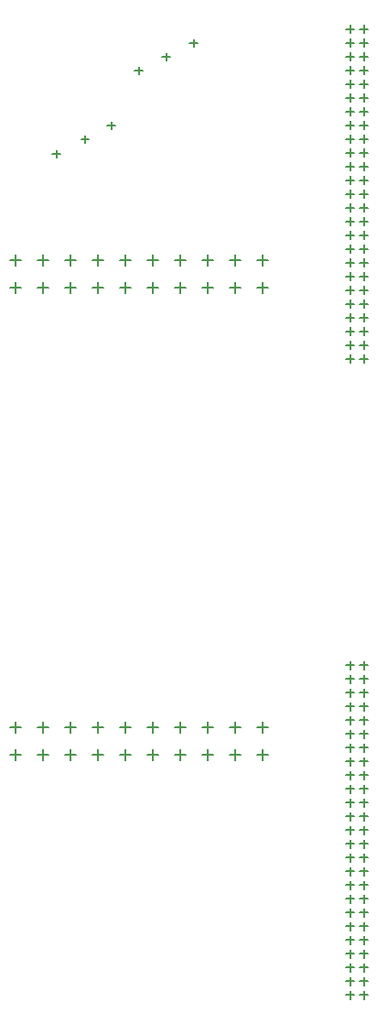
<source format=gbr>
%TF.GenerationSoftware,Altium Limited,Altium Designer,22.11.1 (43)*%
G04 Layer_Color=128*
%FSLAX45Y45*%
%MOMM*%
%TF.SameCoordinates,ABC14B17-DAD6-4B0F-8560-1018B917A27C*%
%TF.FilePolarity,Positive*%
%TF.FileFunction,Drillmap*%
%TF.Part,Single*%
G01*
G75*
%TA.AperFunction,NonConductor*%
%ADD31C,0.12700*%
D31*
X11075500Y3771900D02*
X11149500D01*
X11112500Y3734900D02*
Y3808900D01*
X11202500Y3771900D02*
X11276500D01*
X11239500Y3734900D02*
Y3808900D01*
X11075500Y3644900D02*
X11149500D01*
X11112500Y3607900D02*
Y3681900D01*
X11202500Y3644900D02*
X11276500D01*
X11239500Y3607900D02*
Y3681900D01*
X11075500Y3517900D02*
X11149500D01*
X11112500Y3480900D02*
Y3554900D01*
X11202500Y3517900D02*
X11276500D01*
X11239500Y3480900D02*
Y3554900D01*
X11075500Y3390900D02*
X11149500D01*
X11112500Y3353900D02*
Y3427900D01*
X11202500Y3390900D02*
X11276500D01*
X11239500Y3353900D02*
Y3427900D01*
X11075500Y3263900D02*
X11149500D01*
X11112500Y3226900D02*
Y3300900D01*
X11202500Y3263900D02*
X11276500D01*
X11239500Y3226900D02*
Y3300900D01*
X11075500Y3136900D02*
X11149500D01*
X11112500Y3099900D02*
Y3173900D01*
X11202500Y3136900D02*
X11276500D01*
X11239500Y3099900D02*
Y3173900D01*
X11075500Y3009900D02*
X11149500D01*
X11112500Y2972900D02*
Y3046900D01*
X11202500Y3009900D02*
X11276500D01*
X11239500Y2972900D02*
Y3046900D01*
X11075500Y2882900D02*
X11149500D01*
X11112500Y2845900D02*
Y2919900D01*
X11202500Y2882900D02*
X11276500D01*
X11239500Y2845900D02*
Y2919900D01*
X11075500Y2755900D02*
X11149500D01*
X11112500Y2718900D02*
Y2792900D01*
X11202500Y2755900D02*
X11276500D01*
X11239500Y2718900D02*
Y2792900D01*
X11075500Y2628900D02*
X11149500D01*
X11112500Y2591900D02*
Y2665900D01*
X11202500Y2628900D02*
X11276500D01*
X11239500Y2591900D02*
Y2665900D01*
X11075500Y2501900D02*
X11149500D01*
X11112500Y2464900D02*
Y2538900D01*
X11202500Y2501900D02*
X11276500D01*
X11239500Y2464900D02*
Y2538900D01*
X11075500Y2374900D02*
X11149500D01*
X11112500Y2337900D02*
Y2411900D01*
X11202500Y2374900D02*
X11276500D01*
X11239500Y2337900D02*
Y2411900D01*
X11075500Y2247900D02*
X11149500D01*
X11112500Y2210900D02*
Y2284900D01*
X11202500Y2247900D02*
X11276500D01*
X11239500Y2210900D02*
Y2284900D01*
X11075500Y2120900D02*
X11149500D01*
X11112500Y2083900D02*
Y2157900D01*
X11202500Y2120900D02*
X11276500D01*
X11239500Y2083900D02*
Y2157900D01*
X11075500Y1993900D02*
X11149500D01*
X11112500Y1956900D02*
Y2030900D01*
X11202500Y1993900D02*
X11276500D01*
X11239500Y1956900D02*
Y2030900D01*
X11075500Y1866900D02*
X11149500D01*
X11112500Y1829900D02*
Y1903900D01*
X11202500Y1866900D02*
X11276500D01*
X11239500Y1829900D02*
Y1903900D01*
X11075500Y1739900D02*
X11149500D01*
X11112500Y1702900D02*
Y1776900D01*
X11202500Y1739900D02*
X11276500D01*
X11239500Y1702900D02*
Y1776900D01*
X11075500Y1612900D02*
X11149500D01*
X11112500Y1575900D02*
Y1649900D01*
X11202500Y1612900D02*
X11276500D01*
X11239500Y1575900D02*
Y1649900D01*
X11075500Y1485900D02*
X11149500D01*
X11112500Y1448900D02*
Y1522900D01*
X11202500Y1485900D02*
X11276500D01*
X11239500Y1448900D02*
Y1522900D01*
X11075500Y1358900D02*
X11149500D01*
X11112500Y1321900D02*
Y1395900D01*
X11202500Y1358900D02*
X11276500D01*
X11239500Y1321900D02*
Y1395900D01*
X11075500Y1231900D02*
X11149500D01*
X11112500Y1194900D02*
Y1268900D01*
X11202500Y1231900D02*
X11276500D01*
X11239500Y1194900D02*
Y1268900D01*
X11075500Y1104900D02*
X11149500D01*
X11112500Y1067900D02*
Y1141900D01*
X11202500Y1104900D02*
X11276500D01*
X11239500Y1067900D02*
Y1141900D01*
X11075500Y977900D02*
X11149500D01*
X11112500Y940900D02*
Y1014900D01*
X11202500Y977900D02*
X11276500D01*
X11239500Y940900D02*
Y1014900D01*
X11075500Y850900D02*
X11149500D01*
X11112500Y813900D02*
Y887900D01*
X11202500Y850900D02*
X11276500D01*
X11239500Y813900D02*
Y887900D01*
X11075500Y723900D02*
X11149500D01*
X11112500Y686900D02*
Y760900D01*
X11202500Y723900D02*
X11276500D01*
X11239500Y686900D02*
Y760900D01*
X11202500Y6604000D02*
X11276500D01*
X11239500Y6567000D02*
Y6641000D01*
X11075500Y6604000D02*
X11149500D01*
X11112500Y6567000D02*
Y6641000D01*
X11202500Y6731000D02*
X11276500D01*
X11239500Y6694000D02*
Y6768000D01*
X11075500Y6731000D02*
X11149500D01*
X11112500Y6694000D02*
Y6768000D01*
X11202500Y6858000D02*
X11276500D01*
X11239500Y6821000D02*
Y6895000D01*
X11075500Y6858000D02*
X11149500D01*
X11112500Y6821000D02*
Y6895000D01*
X11202500Y6985000D02*
X11276500D01*
X11239500Y6948000D02*
Y7022000D01*
X11075500Y6985000D02*
X11149500D01*
X11112500Y6948000D02*
Y7022000D01*
X11202500Y7112000D02*
X11276500D01*
X11239500Y7075000D02*
Y7149000D01*
X11075500Y7112000D02*
X11149500D01*
X11112500Y7075000D02*
Y7149000D01*
X11202500Y7239000D02*
X11276500D01*
X11239500Y7202000D02*
Y7276000D01*
X11075500Y7239000D02*
X11149500D01*
X11112500Y7202000D02*
Y7276000D01*
X11202500Y7366000D02*
X11276500D01*
X11239500Y7329000D02*
Y7403000D01*
X11075500Y7366000D02*
X11149500D01*
X11112500Y7329000D02*
Y7403000D01*
X11202500Y7493000D02*
X11276500D01*
X11239500Y7456000D02*
Y7530000D01*
X11075500Y7493000D02*
X11149500D01*
X11112500Y7456000D02*
Y7530000D01*
X11202500Y7620000D02*
X11276500D01*
X11239500Y7583000D02*
Y7657000D01*
X11075500Y7620000D02*
X11149500D01*
X11112500Y7583000D02*
Y7657000D01*
X11202500Y7747000D02*
X11276500D01*
X11239500Y7710000D02*
Y7784000D01*
X11075500Y7747000D02*
X11149500D01*
X11112500Y7710000D02*
Y7784000D01*
X11202500Y7874000D02*
X11276500D01*
X11239500Y7837000D02*
Y7911000D01*
X11075500Y7874000D02*
X11149500D01*
X11112500Y7837000D02*
Y7911000D01*
X11202500Y8001000D02*
X11276500D01*
X11239500Y7964000D02*
Y8038000D01*
X11075500Y8001000D02*
X11149500D01*
X11112500Y7964000D02*
Y8038000D01*
X11202500Y8128000D02*
X11276500D01*
X11239500Y8091000D02*
Y8165000D01*
X11075500Y8128000D02*
X11149500D01*
X11112500Y8091000D02*
Y8165000D01*
X11202500Y8255000D02*
X11276500D01*
X11239500Y8218000D02*
Y8292000D01*
X11075500Y8255000D02*
X11149500D01*
X11112500Y8218000D02*
Y8292000D01*
X11202500Y8382000D02*
X11276500D01*
X11239500Y8345000D02*
Y8419000D01*
X11075500Y8382000D02*
X11149500D01*
X11112500Y8345000D02*
Y8419000D01*
X11202500Y8509000D02*
X11276500D01*
X11239500Y8472000D02*
Y8546000D01*
X11075500Y8509000D02*
X11149500D01*
X11112500Y8472000D02*
Y8546000D01*
X11202500Y8636000D02*
X11276500D01*
X11239500Y8599000D02*
Y8673000D01*
X11075500Y8636000D02*
X11149500D01*
X11112500Y8599000D02*
Y8673000D01*
X11202500Y8763000D02*
X11276500D01*
X11239500Y8726000D02*
Y8800000D01*
X11075500Y8763000D02*
X11149500D01*
X11112500Y8726000D02*
Y8800000D01*
X11202500Y8890000D02*
X11276500D01*
X11239500Y8853000D02*
Y8927000D01*
X11075500Y8890000D02*
X11149500D01*
X11112500Y8853000D02*
Y8927000D01*
X11202500Y9017000D02*
X11276500D01*
X11239500Y8980000D02*
Y9054000D01*
X11075500Y9017000D02*
X11149500D01*
X11112500Y8980000D02*
Y9054000D01*
X11202500Y9144000D02*
X11276500D01*
X11239500Y9107000D02*
Y9181000D01*
X11075500Y9144000D02*
X11149500D01*
X11112500Y9107000D02*
Y9181000D01*
X11202500Y9271000D02*
X11276500D01*
X11239500Y9234000D02*
Y9308000D01*
X11075500Y9271000D02*
X11149500D01*
X11112500Y9234000D02*
Y9308000D01*
X11202500Y9398000D02*
X11276500D01*
X11239500Y9361000D02*
Y9435000D01*
X11075500Y9398000D02*
X11149500D01*
X11112500Y9361000D02*
Y9435000D01*
X11202500Y9525000D02*
X11276500D01*
X11239500Y9488000D02*
Y9562000D01*
X11075500Y9525000D02*
X11149500D01*
X11112500Y9488000D02*
Y9562000D01*
X11202500Y9652000D02*
X11276500D01*
X11239500Y9615000D02*
Y9689000D01*
X11075500Y9652000D02*
X11149500D01*
X11112500Y9615000D02*
Y9689000D01*
X10248900Y7518400D02*
X10350500D01*
X10299700Y7467600D02*
Y7569200D01*
X10248900Y7264400D02*
X10350500D01*
X10299700Y7213600D02*
Y7315200D01*
X9994900Y7518400D02*
X10096500D01*
X10045700Y7467600D02*
Y7569200D01*
X9994900Y7264400D02*
X10096500D01*
X10045700Y7213600D02*
Y7315200D01*
X9740900Y7518400D02*
X9842500D01*
X9791700Y7467600D02*
Y7569200D01*
X9740900Y7264400D02*
X9842500D01*
X9791700Y7213600D02*
Y7315200D01*
X9486900Y7518400D02*
X9588500D01*
X9537700Y7467600D02*
Y7569200D01*
X9486900Y7264400D02*
X9588500D01*
X9537700Y7213600D02*
Y7315200D01*
X9232900Y7518400D02*
X9334500D01*
X9283700Y7467600D02*
Y7569200D01*
X9232900Y7264400D02*
X9334500D01*
X9283700Y7213600D02*
Y7315200D01*
X8978900Y7518400D02*
X9080500D01*
X9029700Y7467600D02*
Y7569200D01*
X8978900Y7264400D02*
X9080500D01*
X9029700Y7213600D02*
Y7315200D01*
X8724900Y7518400D02*
X8826500D01*
X8775700Y7467600D02*
Y7569200D01*
X8724900Y7264400D02*
X8826500D01*
X8775700Y7213600D02*
Y7315200D01*
X8470900Y7518400D02*
X8572500D01*
X8521700Y7467600D02*
Y7569200D01*
X8470900Y7264400D02*
X8572500D01*
X8521700Y7213600D02*
Y7315200D01*
X8216900Y7518400D02*
X8318500D01*
X8267700Y7467600D02*
Y7569200D01*
X8216900Y7264400D02*
X8318500D01*
X8267700Y7213600D02*
Y7315200D01*
X7962900Y7518400D02*
X8064500D01*
X8013700Y7467600D02*
Y7569200D01*
X7962900Y7264400D02*
X8064500D01*
X8013700Y7213600D02*
Y7315200D01*
X10248900Y3200400D02*
X10350500D01*
X10299700Y3149600D02*
Y3251200D01*
X10248900Y2946400D02*
X10350500D01*
X10299700Y2895600D02*
Y2997200D01*
X9994900Y3200400D02*
X10096500D01*
X10045700Y3149600D02*
Y3251200D01*
X9994900Y2946400D02*
X10096500D01*
X10045700Y2895600D02*
Y2997200D01*
X9740900Y3200400D02*
X9842500D01*
X9791700Y3149600D02*
Y3251200D01*
X9740900Y2946400D02*
X9842500D01*
X9791700Y2895600D02*
Y2997200D01*
X9486900Y3200400D02*
X9588500D01*
X9537700Y3149600D02*
Y3251200D01*
X9486900Y2946400D02*
X9588500D01*
X9537700Y2895600D02*
Y2997200D01*
X9232900Y3200400D02*
X9334500D01*
X9283700Y3149600D02*
Y3251200D01*
X9232900Y2946400D02*
X9334500D01*
X9283700Y2895600D02*
Y2997200D01*
X8978900Y3200400D02*
X9080500D01*
X9029700Y3149600D02*
Y3251200D01*
X8978900Y2946400D02*
X9080500D01*
X9029700Y2895600D02*
Y2997200D01*
X8724900Y3200400D02*
X8826500D01*
X8775700Y3149600D02*
Y3251200D01*
X8724900Y2946400D02*
X8826500D01*
X8775700Y2895600D02*
Y2997200D01*
X8470900Y3200400D02*
X8572500D01*
X8521700Y3149600D02*
Y3251200D01*
X8470900Y2946400D02*
X8572500D01*
X8521700Y2895600D02*
Y2997200D01*
X8216900Y3200400D02*
X8318500D01*
X8267700Y3149600D02*
Y3251200D01*
X8216900Y2946400D02*
X8318500D01*
X8267700Y2895600D02*
Y2997200D01*
X7962900Y3200400D02*
X8064500D01*
X8013700Y3149600D02*
Y3251200D01*
X7962900Y2946400D02*
X8064500D01*
X8013700Y2895600D02*
Y2997200D01*
X8359140Y8496300D02*
X8430260D01*
X8394700Y8460740D02*
Y8531860D01*
X8625840Y8636000D02*
X8696960D01*
X8661400Y8600440D02*
Y8671560D01*
X9121140Y9271000D02*
X9192260D01*
X9156700Y9235440D02*
Y9306560D01*
X9375140Y9398000D02*
X9446260D01*
X9410700Y9362440D02*
Y9433560D01*
X9629140Y9525000D02*
X9700260D01*
X9664700Y9489440D02*
Y9560560D01*
X8867140Y8763000D02*
X8938260D01*
X8902700Y8727440D02*
Y8798560D01*
%TF.MD5,d65e4e7629e74031423f90a17dc9e96a*%
M02*

</source>
